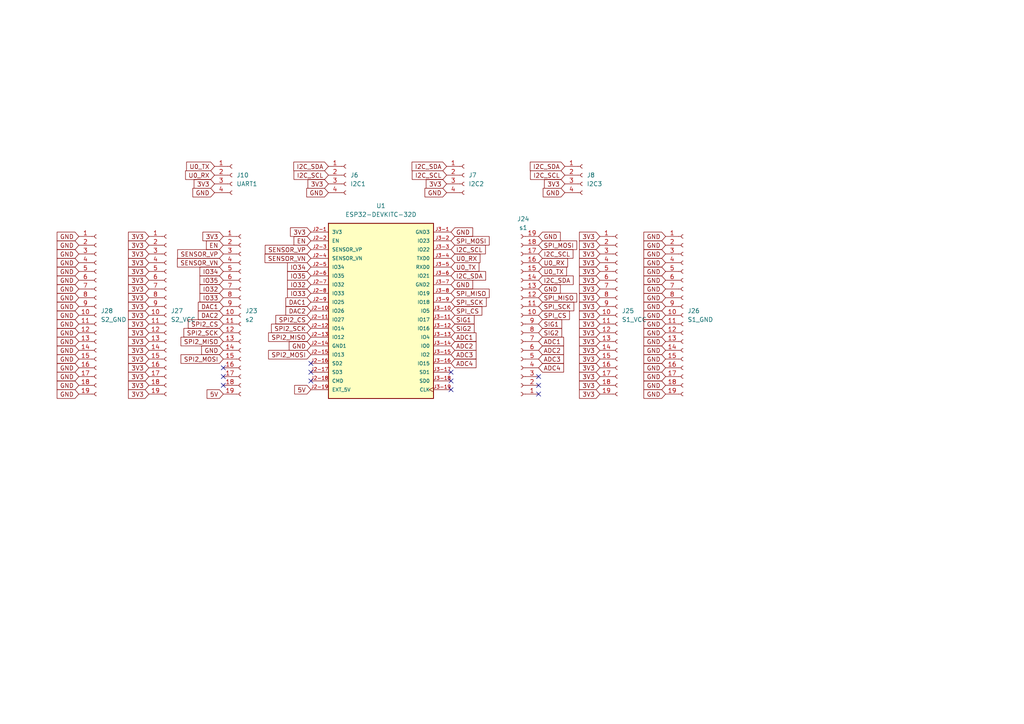
<source format=kicad_sch>
(kicad_sch (version 20250114) (generator "eeschema") (generator_version "9.0")
  (paper "A4")
  (lib_symbols
    (symbol "Connector:Conn_01x04_Socket" (pin_names (offset 1.016) (hide yes))
      (property "Reference" "J" (at 0 5.08 0))
      (property "Value" "Conn_01x04_Socket" (at 0 -7.62 0))
      (symbol "Conn_01x04_Socket_1_1"
        (polyline (pts (xy -1.27 2.54) (xy -0.508 2.54)) (stroke (width 0.1524)))
        (polyline (pts (xy -1.27 0) (xy -0.508 0)) (stroke (width 0.1524)))
        (polyline (pts (xy -1.27 -2.54) (xy -0.508 -2.54)) (stroke (width 0.1524)))
        (polyline (pts (xy -1.27 -5.08) (xy -0.508 -5.08)) (stroke (width 0.1524)))
        (arc (start 0 2.032) (mid -0.5058 2.54) (end 0 3.048) (stroke (width 0.1524)))
        (arc (start 0 -0.508) (mid -0.5058 0) (end 0 0.508) (stroke (width 0.1524)))
        (arc (start 0 -3.048) (mid -0.5058 -2.54) (end 0 -2.032) (stroke (width 0.1524)))
        (arc (start 0 -5.588) (mid -0.5058 -5.08) (end 0 -4.572) (stroke (width 0.1524)))
        (pin passive line (at -5.08 2.54 0) (length 3.81) (name "Pin_1") (number "1"))
        (pin passive line (at -5.08 0 0) (length 3.81) (name "Pin_2") (number "2"))
        (pin passive line (at -5.08 -2.54 0) (length 3.81) (name "Pin_3") (number "3"))
        (pin passive line (at -5.08 -5.08 0) (length 3.81) (name "Pin_4") (number "4"))
      )
    )
    (symbol "Connector:Conn_01x19_Socket" (pin_names (offset 1.016) (hide yes))
      (property "Reference" "J" (at 0 25.4 0))
      (property "Value" "Conn_01x19_Socket" (at 0 -25.4 0))
      (symbol "Conn_01x19_Socket_1_1"
        (polyline (pts (xy -1.27 22.86) (xy -0.508 22.86)) (stroke (width 0.1524)))
        (polyline (pts (xy -1.27 20.32) (xy -0.508 20.32)) (stroke (width 0.1524)))
        (polyline (pts (xy -1.27 17.78) (xy -0.508 17.78)) (stroke (width 0.1524)))
        (polyline (pts (xy -1.27 15.24) (xy -0.508 15.24)) (stroke (width 0.1524)))
        (polyline (pts (xy -1.27 12.7) (xy -0.508 12.7)) (stroke (width 0.1524)))
        (polyline (pts (xy -1.27 10.16) (xy -0.508 10.16)) (stroke (width 0.1524)))
        (polyline (pts (xy -1.27 7.62) (xy -0.508 7.62)) (stroke (width 0.1524)))
        (polyline (pts (xy -1.27 5.08) (xy -0.508 5.08)) (stroke (width 0.1524)))
        (polyline (pts (xy -1.27 2.54) (xy -0.508 2.54)) (stroke (width 0.1524)))
        (polyline (pts (xy -1.27 0) (xy -0.508 0)) (stroke (width 0.1524)))
        (polyline (pts (xy -1.27 -2.54) (xy -0.508 -2.54)) (stroke (width 0.1524)))
        (polyline (pts (xy -1.27 -5.08) (xy -0.508 -5.08)) (stroke (width 0.1524)))
        (polyline (pts (xy -1.27 -7.62) (xy -0.508 -7.62)) (stroke (width 0.1524)))
        (polyline (pts (xy -1.27 -10.16) (xy -0.508 -10.16)) (stroke (width 0.1524)))
        (polyline (pts (xy -1.27 -12.7) (xy -0.508 -12.7)) (stroke (width 0.1524)))
        (polyline (pts (xy -1.27 -15.24) (xy -0.508 -15.24)) (stroke (width 0.1524)))
        (polyline (pts (xy -1.27 -17.78) (xy -0.508 -17.78)) (stroke (width 0.1524)))
        (polyline (pts (xy -1.27 -20.32) (xy -0.508 -20.32)) (stroke (width 0.1524)))
        (polyline (pts (xy -1.27 -22.86) (xy -0.508 -22.86)) (stroke (width 0.1524)))
        (arc (start 0 22.352) (mid -0.5058 22.86) (end 0 23.368) (stroke (width 0.1524)))
        (arc (start 0 19.812) (mid -0.5058 20.32) (end 0 20.828) (stroke (width 0.1524)))
        (arc (start 0 17.272) (mid -0.5058 17.78) (end 0 18.288) (stroke (width 0.1524)))
        (arc (start 0 14.732) (mid -0.5058 15.24) (end 0 15.748) (stroke (width 0.1524)))
        (arc (start 0 12.192) (mid -0.5058 12.7) (end 0 13.208) (stroke (width 0.1524)))
        (arc (start 0 9.652) (mid -0.5058 10.16) (end 0 10.668) (stroke (width 0.1524)))
        (arc (start 0 7.112) (mid -0.5058 7.62) (end 0 8.128) (stroke (width 0.1524)))
        (arc (start 0 4.572) (mid -0.5058 5.08) (end 0 5.588) (stroke (width 0.1524)))
        (arc (start 0 2.032) (mid -0.5058 2.54) (end 0 3.048) (stroke (width 0.1524)))
        (arc (start 0 -0.508) (mid -0.5058 0) (end 0 0.508) (stroke (width 0.1524)))
        (arc (start 0 -3.048) (mid -0.5058 -2.54) (end 0 -2.032) (stroke (width 0.1524)))
        (arc (start 0 -5.588) (mid -0.5058 -5.08) (end 0 -4.572) (stroke (width 0.1524)))
        (arc (start 0 -8.128) (mid -0.5058 -7.62) (end 0 -7.112) (stroke (width 0.1524)))
        (arc (start 0 -10.668) (mid -0.5058 -10.16) (end 0 -9.652) (stroke (width 0.1524)))
        (arc (start 0 -13.208) (mid -0.5058 -12.7) (end 0 -12.192) (stroke (width 0.1524)))
        (arc (start 0 -15.748) (mid -0.5058 -15.24) (end 0 -14.732) (stroke (width 0.1524)))
        (arc (start 0 -18.288) (mid -0.5058 -17.78) (end 0 -17.272) (stroke (width 0.1524)))
        (arc (start 0 -20.828) (mid -0.5058 -20.32) (end 0 -19.812) (stroke (width 0.1524)))
        (arc (start 0 -23.368) (mid -0.5058 -22.86) (end 0 -22.352) (stroke (width 0.1524)))
        (pin passive line (at -5.08 22.86 0) (length 3.81) (name "Pin_1") (number "1"))
        (pin passive line (at -5.08 20.32 0) (length 3.81) (name "Pin_2") (number "2"))
        (pin passive line (at -5.08 17.78 0) (length 3.81) (name "Pin_3") (number "3"))
        (pin passive line (at -5.08 15.24 0) (length 3.81) (name "Pin_4") (number "4"))
        (pin passive line (at -5.08 12.7 0) (length 3.81) (name "Pin_5") (number "5"))
        (pin passive line (at -5.08 10.16 0) (length 3.81) (name "Pin_6") (number "6"))
        (pin passive line (at -5.08 7.62 0) (length 3.81) (name "Pin_7") (number "7"))
        (pin passive line (at -5.08 5.08 0) (length 3.81) (name "Pin_8") (number "8"))
        (pin passive line (at -5.08 2.54 0) (length 3.81) (name "Pin_9") (number "9"))
        (pin passive line (at -5.08 0 0) (length 3.81) (name "Pin_10") (number "10"))
        (pin passive line (at -5.08 -2.54 0) (length 3.81) (name "Pin_11") (number "11"))
        (pin passive line (at -5.08 -5.08 0) (length 3.81) (name "Pin_12") (number "12"))
        (pin passive line (at -5.08 -7.62 0) (length 3.81) (name "Pin_13") (number "13"))
        (pin passive line (at -5.08 -10.16 0) (length 3.81) (name "Pin_14") (number "14"))
        (pin passive line (at -5.08 -12.7 0) (length 3.81) (name "Pin_15") (number "15"))
        (pin passive line (at -5.08 -15.24 0) (length 3.81) (name "Pin_16") (number "16"))
        (pin passive line (at -5.08 -17.78 0) (length 3.81) (name "Pin_17") (number "17"))
        (pin passive line (at -5.08 -20.32 0) (length 3.81) (name "Pin_18") (number "18"))
        (pin passive line (at -5.08 -22.86 0) (length 3.81) (name "Pin_19") (number "19"))
      )
    )
    (symbol "ESP32-DEVKITC-32D:ESP32-DEVKITC-32D" (pin_names (offset 1.016))
      (property "Reference" "U" (at -15.2572 26.0643 0))
      (property "Value" "ESP32-DEVKITC-32D" (at -15.2563 -27.9698 0))
      (symbol "ESP32-DEVKITC-32D_0_0"
        (rectangle (start -15.24 -25.4) (end 15.24 25.4) (stroke (width 0.254)) (fill (type background)))
        (pin power_in line (at -20.32 22.86 0) (length 5.08) (name "3V3") (number "J2-1"))
        (pin input line (at -20.32 20.32 0) (length 5.08) (name "EN") (number "J2-2"))
        (pin input line (at -20.32 17.78 0) (length 5.08) (name "SENSOR_VP") (number "J2-3"))
        (pin input line (at -20.32 15.24 0) (length 5.08) (name "SENSOR_VN") (number "J2-4"))
        (pin bidirectional line (at -20.32 12.7 0) (length 5.08) (name "IO34") (number "J2-5"))
        (pin bidirectional line (at -20.32 10.16 0) (length 5.08) (name "IO35") (number "J2-6"))
        (pin bidirectional line (at -20.32 7.62 0) (length 5.08) (name "IO32") (number "J2-7"))
        (pin bidirectional line (at -20.32 5.08 0) (length 5.08) (name "IO33") (number "J2-8"))
        (pin bidirectional line (at -20.32 2.54 0) (length 5.08) (name "IO25") (number "J2-9"))
        (pin bidirectional line (at -20.32 0 0) (length 5.08) (name "IO26") (number "J2-10"))
        (pin bidirectional line (at -20.32 -2.54 0) (length 5.08) (name "IO27") (number "J2-11"))
        (pin bidirectional line (at -20.32 -5.08 0) (length 5.08) (name "IO14") (number "J2-12"))
        (pin bidirectional line (at -20.32 -7.62 0) (length 5.08) (name "IO12") (number "J2-13"))
        (pin power_in line (at -20.32 -10.16 0) (length 5.08) (name "GND1") (number "J2-14"))
        (pin bidirectional line (at -20.32 -12.7 0) (length 5.08) (name "IO13") (number "J2-15"))
        (pin bidirectional line (at -20.32 -15.24 0) (length 5.08) (name "SD2") (number "J2-16"))
        (pin bidirectional line (at -20.32 -17.78 0) (length 5.08) (name "SD3") (number "J2-17"))
        (pin bidirectional line (at -20.32 -20.32 0) (length 5.08) (name "CMD") (number "J2-18"))
        (pin power_in line (at -20.32 -22.86 0) (length 5.08) (name "EXT_5V") (number "J2-19"))
        (pin power_in line (at 20.32 22.86 180) (length 5.08) (name "GND3") (number "J3-1"))
        (pin bidirectional line (at 20.32 20.32 180) (length 5.08) (name "IO23") (number "J3-2"))
        (pin bidirectional line (at 20.32 17.78 180) (length 5.08) (name "IO22") (number "J3-3"))
        (pin output line (at 20.32 15.24 180) (length 5.08) (name "TXD0") (number "J3-4"))
        (pin input line (at 20.32 12.7 180) (length 5.08) (name "RXD0") (number "J3-5"))
        (pin bidirectional line (at 20.32 10.16 180) (length 5.08) (name "IO21") (number "J3-6"))
        (pin power_in line (at 20.32 7.62 180) (length 5.08) (name "GND2") (number "J3-7"))
        (pin bidirectional line (at 20.32 5.08 180) (length 5.08) (name "IO19") (number "J3-8"))
        (pin bidirectional line (at 20.32 2.54 180) (length 5.08) (name "IO18") (number "J3-9"))
        (pin bidirectional line (at 20.32 0 180) (length 5.08) (name "IO5") (number "J3-10"))
        (pin bidirectional line (at 20.32 -2.54 180) (length 5.08) (name "IO17") (number "J3-11"))
        (pin bidirectional line (at 20.32 -5.08 180) (length 5.08) (name "IO16") (number "J3-12"))
        (pin bidirectional line (at 20.32 -7.62 180) (length 5.08) (name "IO4") (number "J3-13"))
        (pin bidirectional line (at 20.32 -10.16 180) (length 5.08) (name "IO0") (number "J3-14"))
        (pin bidirectional line (at 20.32 -12.7 180) (length 5.08) (name "IO2") (number "J3-15"))
        (pin bidirectional line (at 20.32 -15.24 180) (length 5.08) (name "IO15") (number "J3-16"))
        (pin bidirectional line (at 20.32 -17.78 180) (length 5.08) (name "SD1") (number "J3-17"))
        (pin bidirectional line (at 20.32 -20.32 180) (length 5.08) (name "SD0") (number "J3-18"))
        (pin input clock (at 20.32 -22.86 180) (length 5.08) (name "CLK") (number "J3-19"))
      )
    )
  )
  (no_connect (at 156.21 109.22))
  (no_connect (at 90.17 105.41))
  (no_connect (at 156.21 114.3))
  (no_connect (at 64.77 111.76))
  (no_connect (at 130.81 107.95))
  (no_connect (at 130.81 113.03))
  (no_connect (at 130.81 110.49))
  (no_connect (at 90.17 110.49))
  (no_connect (at 64.77 109.22))
  (no_connect (at 90.17 107.95))
  (no_connect (at 64.77 106.68))
  (no_connect (at 156.21 111.76))
  (global_label "5V" (shape input) (at 64.77 114.3 180) (property "Intersheetrefs" "${INTERSHEET_REFS}" (effects (hide yes))))
  (global_label "GND" (shape input) (at 163.83 55.88 180) (property "Intersheetrefs" "${INTERSHEET_REFS}" (effects (hide yes))))
  (global_label "3V3" (shape input) (at 43.18 111.76 180) (property "Intersheetrefs" "${INTERSHEET_REFS}" (effects (hide yes))))
  (global_label "3V3" (shape input) (at 43.18 88.9 180) (property "Intersheetrefs" "${INTERSHEET_REFS}" (effects (hide yes))))
  (global_label "GND" (shape input) (at 22.86 91.44 180) (property "Intersheetrefs" "${INTERSHEET_REFS}" (effects (hide yes))))
  (global_label "SPI_MISO" (shape input) (at 130.81 85.09 0) (property "Intersheetrefs" "${INTERSHEET_REFS}" (effects (hide yes))))
  (global_label "GND" (shape input) (at 62.23 55.88 180) (property "Intersheetrefs" "${INTERSHEET_REFS}" (effects (hide yes))))
  (global_label "3V3" (shape input) (at 173.99 109.22 180) (property "Intersheetrefs" "${INTERSHEET_REFS}" (effects (hide yes))))
  (global_label "3V3" (shape input) (at 43.18 96.52 180) (property "Intersheetrefs" "${INTERSHEET_REFS}" (effects (hide yes))))
  (global_label "SIG2" (shape input) (at 130.81 95.25 0) (property "Intersheetrefs" "${INTERSHEET_REFS}" (effects (hide yes))))
  (global_label "3V3" (shape input) (at 62.23 53.34 180) (property "Intersheetrefs" "${INTERSHEET_REFS}" (effects (hide yes))))
  (global_label "IO34" (shape input) (at 90.17 77.47 180) (property "Intersheetrefs" "${INTERSHEET_REFS}" (effects (hide yes))))
  (global_label "EN" (shape input) (at 90.17 69.85 180) (property "Intersheetrefs" "${INTERSHEET_REFS}" (effects (hide yes))))
  (global_label "5V" (shape input) (at 90.17 113.03 180) (property "Intersheetrefs" "${INTERSHEET_REFS}" (effects (hide yes))))
  (global_label "GND" (shape input) (at 193.04 109.22 180) (property "Intersheetrefs" "${INTERSHEET_REFS}" (effects (hide yes))))
  (global_label "SENSOR_VN" (shape input) (at 64.77 76.2 180) (property "Intersheetrefs" "${INTERSHEET_REFS}" (effects (hide yes))))
  (global_label "SENSOR_VN" (shape input) (at 90.17 74.93 180) (property "Intersheetrefs" "${INTERSHEET_REFS}" (effects (hide yes))))
  (global_label "I2C_SDA" (shape input) (at 163.83 48.26 180) (property "Intersheetrefs" "${INTERSHEET_REFS}" (effects (hide yes))))
  (global_label "GND" (shape input) (at 193.04 71.12 180) (property "Intersheetrefs" "${INTERSHEET_REFS}" (effects (hide yes))))
  (global_label "GND" (shape input) (at 90.17 100.33 180) (property "Intersheetrefs" "${INTERSHEET_REFS}" (effects (hide yes))))
  (global_label "SIG1" (shape input) (at 130.81 92.71 0) (property "Intersheetrefs" "${INTERSHEET_REFS}" (effects (hide yes))))
  (global_label "3V3" (shape input) (at 173.99 93.98 180) (property "Intersheetrefs" "${INTERSHEET_REFS}" (effects (hide yes))))
  (global_label "3V3" (shape input) (at 90.17 67.31 180) (property "Intersheetrefs" "${INTERSHEET_REFS}" (effects (hide yes))))
  (global_label "SPI2_MOSI" (shape input) (at 90.17 102.87 180) (property "Intersheetrefs" "${INTERSHEET_REFS}" (effects (hide yes))))
  (global_label "3V3" (shape input) (at 43.18 109.22 180) (property "Intersheetrefs" "${INTERSHEET_REFS}" (effects (hide yes))))
  (global_label "GND" (shape input) (at 22.86 99.06 180) (property "Intersheetrefs" "${INTERSHEET_REFS}" (effects (hide yes))))
  (global_label "3V3" (shape input) (at 129.54 53.34 180) (property "Intersheetrefs" "${INTERSHEET_REFS}" (effects (hide yes))))
  (global_label "SPI2_MISO" (shape input) (at 64.77 99.06 180) (property "Intersheetrefs" "${INTERSHEET_REFS}" (effects (hide yes))))
  (global_label "U0_RX" (shape input) (at 130.81 74.93 0) (property "Intersheetrefs" "${INTERSHEET_REFS}" (effects (hide yes))))
  (global_label "GND" (shape input) (at 156.21 68.58 0) (property "Intersheetrefs" "${INTERSHEET_REFS}" (effects (hide yes))))
  (global_label "3V3" (shape input) (at 95.25 53.34 180) (property "Intersheetrefs" "${INTERSHEET_REFS}" (effects (hide yes))))
  (global_label "SPI2_CS" (shape input) (at 90.17 92.71 180) (property "Intersheetrefs" "${INTERSHEET_REFS}" (effects (hide yes))))
  (global_label "I2C_SCL" (shape input) (at 163.83 50.8 180) (property "Intersheetrefs" "${INTERSHEET_REFS}" (effects (hide yes))))
  (global_label "IO33" (shape input) (at 90.17 85.09 180) (property "Intersheetrefs" "${INTERSHEET_REFS}" (effects (hide yes))))
  (global_label "3V3" (shape input) (at 43.18 78.74 180) (property "Intersheetrefs" "${INTERSHEET_REFS}" (effects (hide yes))))
  (global_label "SIG1" (shape input) (at 156.21 93.98 0) (property "Intersheetrefs" "${INTERSHEET_REFS}" (effects (hide yes))))
  (global_label "GND" (shape input) (at 193.04 83.82 180) (property "Intersheetrefs" "${INTERSHEET_REFS}" (effects (hide yes))))
  (global_label "GND" (shape input) (at 22.86 76.2 180) (property "Intersheetrefs" "${INTERSHEET_REFS}" (effects (hide yes))))
  (global_label "ADC4" (shape input) (at 130.81 105.41 0) (property "Intersheetrefs" "${INTERSHEET_REFS}" (effects (hide yes))))
  (global_label "3V3" (shape input) (at 43.18 83.82 180) (property "Intersheetrefs" "${INTERSHEET_REFS}" (effects (hide yes))))
  (global_label "3V3" (shape input) (at 43.18 101.6 180) (property "Intersheetrefs" "${INTERSHEET_REFS}" (effects (hide yes))))
  (global_label "3V3" (shape input) (at 43.18 73.66 180) (property "Intersheetrefs" "${INTERSHEET_REFS}" (effects (hide yes))))
  (global_label "SPI2_SCK" (shape input) (at 90.17 95.25 180) (property "Intersheetrefs" "${INTERSHEET_REFS}" (effects (hide yes))))
  (global_label "IO33" (shape input) (at 64.77 86.36 180) (property "Intersheetrefs" "${INTERSHEET_REFS}" (effects (hide yes))))
  (global_label "GND" (shape input) (at 130.81 67.31 0) (property "Intersheetrefs" "${INTERSHEET_REFS}" (effects (hide yes))))
  (global_label "3V3" (shape input) (at 173.99 76.2 180) (property "Intersheetrefs" "${INTERSHEET_REFS}" (effects (hide yes))))
  (global_label "GND" (shape input) (at 22.86 71.12 180) (property "Intersheetrefs" "${INTERSHEET_REFS}" (effects (hide yes))))
  (global_label "GND" (shape input) (at 193.04 104.14 180) (property "Intersheetrefs" "${INTERSHEET_REFS}" (effects (hide yes))))
  (global_label "3V3" (shape input) (at 173.99 114.3 180) (property "Intersheetrefs" "${INTERSHEET_REFS}" (effects (hide yes))))
  (global_label "IO32" (shape input) (at 90.17 82.55 180) (property "Intersheetrefs" "${INTERSHEET_REFS}" (effects (hide yes))))
  (global_label "GND" (shape input) (at 22.86 114.3 180) (property "Intersheetrefs" "${INTERSHEET_REFS}" (effects (hide yes))))
  (global_label "GND" (shape input) (at 193.04 91.44 180) (property "Intersheetrefs" "${INTERSHEET_REFS}" (effects (hide yes))))
  (global_label "IO35" (shape input) (at 90.17 80.01 180) (property "Intersheetrefs" "${INTERSHEET_REFS}" (effects (hide yes))))
  (global_label "3V3" (shape input) (at 173.99 101.6 180) (property "Intersheetrefs" "${INTERSHEET_REFS}" (effects (hide yes))))
  (global_label "3V3" (shape input) (at 173.99 81.28 180) (property "Intersheetrefs" "${INTERSHEET_REFS}" (effects (hide yes))))
  (global_label "3V3" (shape input) (at 173.99 88.9 180) (property "Intersheetrefs" "${INTERSHEET_REFS}" (effects (hide yes))))
  (global_label "GND" (shape input) (at 193.04 86.36 180) (property "Intersheetrefs" "${INTERSHEET_REFS}" (effects (hide yes))))
  (global_label "DAC1" (shape input) (at 90.17 87.63 180) (property "Intersheetrefs" "${INTERSHEET_REFS}" (effects (hide yes))))
  (global_label "U0_TX" (shape input) (at 62.23 48.26 180) (property "Intersheetrefs" "${INTERSHEET_REFS}" (effects (hide yes))))
  (global_label "I2C_SDA" (shape input) (at 95.25 48.26 180) (property "Intersheetrefs" "${INTERSHEET_REFS}" (effects (hide yes))))
  (global_label "U0_RX" (shape input) (at 62.23 50.8 180) (property "Intersheetrefs" "${INTERSHEET_REFS}" (effects (hide yes))))
  (global_label "GND" (shape input) (at 193.04 106.68 180) (property "Intersheetrefs" "${INTERSHEET_REFS}" (effects (hide yes))))
  (global_label "3V3" (shape input) (at 43.18 68.58 180) (property "Intersheetrefs" "${INTERSHEET_REFS}" (effects (hide yes))))
  (global_label "3V3" (shape input) (at 173.99 68.58 180) (property "Intersheetrefs" "${INTERSHEET_REFS}" (effects (hide yes))))
  (global_label "I2C_SDA" (shape input) (at 156.21 81.28 0) (property "Intersheetrefs" "${INTERSHEET_REFS}" (effects (hide yes))))
  (global_label "IO34" (shape input) (at 64.77 78.74 180) (property "Intersheetrefs" "${INTERSHEET_REFS}" (effects (hide yes))))
  (global_label "ADC3" (shape input) (at 156.21 104.14 0) (property "Intersheetrefs" "${INTERSHEET_REFS}" (effects (hide yes))))
  (global_label "GND" (shape input) (at 193.04 81.28 180) (property "Intersheetrefs" "${INTERSHEET_REFS}" (effects (hide yes))))
  (global_label "3V3" (shape input) (at 43.18 99.06 180) (property "Intersheetrefs" "${INTERSHEET_REFS}" (effects (hide yes))))
  (global_label "GND" (shape input) (at 193.04 114.3 180) (property "Intersheetrefs" "${INTERSHEET_REFS}" (effects (hide yes))))
  (global_label "GND" (shape input) (at 22.86 109.22 180) (property "Intersheetrefs" "${INTERSHEET_REFS}" (effects (hide yes))))
  (global_label "3V3" (shape input) (at 173.99 104.14 180) (property "Intersheetrefs" "${INTERSHEET_REFS}" (effects (hide yes))))
  (global_label "ADC3" (shape input) (at 130.81 102.87 0) (property "Intersheetrefs" "${INTERSHEET_REFS}" (effects (hide yes))))
  (global_label "SPI2_MOSI" (shape input) (at 64.77 104.14 180) (property "Intersheetrefs" "${INTERSHEET_REFS}" (effects (hide yes))))
  (global_label "GND" (shape input) (at 22.86 104.14 180) (property "Intersheetrefs" "${INTERSHEET_REFS}" (effects (hide yes))))
  (global_label "SPI_MOSI" (shape input) (at 130.81 69.85 0) (property "Intersheetrefs" "${INTERSHEET_REFS}" (effects (hide yes))))
  (global_label "3V3" (shape input) (at 173.99 91.44 180) (property "Intersheetrefs" "${INTERSHEET_REFS}" (effects (hide yes))))
  (global_label "GND" (shape input) (at 193.04 73.66 180) (property "Intersheetrefs" "${INTERSHEET_REFS}" (effects (hide yes))))
  (global_label "GND" (shape input) (at 129.54 55.88 180) (property "Intersheetrefs" "${INTERSHEET_REFS}" (effects (hide yes))))
  (global_label "GND" (shape input) (at 193.04 88.9 180) (property "Intersheetrefs" "${INTERSHEET_REFS}" (effects (hide yes))))
  (global_label "3V3" (shape input) (at 64.77 68.58 180) (property "Intersheetrefs" "${INTERSHEET_REFS}" (effects (hide yes))))
  (global_label "GND" (shape input) (at 22.86 88.9 180) (property "Intersheetrefs" "${INTERSHEET_REFS}" (effects (hide yes))))
  (global_label "GND" (shape input) (at 22.86 81.28 180) (property "Intersheetrefs" "${INTERSHEET_REFS}" (effects (hide yes))))
  (global_label "3V3" (shape input) (at 173.99 86.36 180) (property "Intersheetrefs" "${INTERSHEET_REFS}" (effects (hide yes))))
  (global_label "I2C_SCL" (shape input) (at 95.25 50.8 180) (property "Intersheetrefs" "${INTERSHEET_REFS}" (effects (hide yes))))
  (global_label "ADC1" (shape input) (at 130.81 97.79 0) (property "Intersheetrefs" "${INTERSHEET_REFS}" (effects (hide yes))))
  (global_label "GND" (shape input) (at 22.86 101.6 180) (property "Intersheetrefs" "${INTERSHEET_REFS}" (effects (hide yes))))
  (global_label "I2C_SCL" (shape input) (at 129.54 50.8 180) (property "Intersheetrefs" "${INTERSHEET_REFS}" (effects (hide yes))))
  (global_label "GND" (shape input) (at 64.77 101.6 180) (property "Intersheetrefs" "${INTERSHEET_REFS}" (effects (hide yes))))
  (global_label "DAC1" (shape input) (at 64.77 88.9 180) (property "Intersheetrefs" "${INTERSHEET_REFS}" (effects (hide yes))))
  (global_label "3V3" (shape input) (at 43.18 93.98 180) (property "Intersheetrefs" "${INTERSHEET_REFS}" (effects (hide yes))))
  (global_label "3V3" (shape input) (at 173.99 71.12 180) (property "Intersheetrefs" "${INTERSHEET_REFS}" (effects (hide yes))))
  (global_label "GND" (shape input) (at 193.04 78.74 180) (property "Intersheetrefs" "${INTERSHEET_REFS}" (effects (hide yes))))
  (global_label "3V3" (shape input) (at 173.99 78.74 180) (property "Intersheetrefs" "${INTERSHEET_REFS}" (effects (hide yes))))
  (global_label "GND" (shape input) (at 22.86 111.76 180) (property "Intersheetrefs" "${INTERSHEET_REFS}" (effects (hide yes))))
  (global_label "SPI_MOSI" (shape input) (at 156.21 71.12 0) (property "Intersheetrefs" "${INTERSHEET_REFS}" (effects (hide yes))))
  (global_label "SPI2_CS" (shape input) (at 64.77 93.98 180) (property "Intersheetrefs" "${INTERSHEET_REFS}" (effects (hide yes))))
  (global_label "GND" (shape input) (at 22.86 93.98 180) (property "Intersheetrefs" "${INTERSHEET_REFS}" (effects (hide yes))))
  (global_label "3V3" (shape input) (at 173.99 73.66 180) (property "Intersheetrefs" "${INTERSHEET_REFS}" (effects (hide yes))))
  (global_label "3V3" (shape input) (at 43.18 104.14 180) (property "Intersheetrefs" "${INTERSHEET_REFS}" (effects (hide yes))))
  (global_label "I2C_SDA" (shape input) (at 129.54 48.26 180) (property "Intersheetrefs" "${INTERSHEET_REFS}" (effects (hide yes))))
  (global_label "3V3" (shape input) (at 43.18 114.3 180) (property "Intersheetrefs" "${INTERSHEET_REFS}" (effects (hide yes))))
  (global_label "GND" (shape input) (at 193.04 76.2 180) (property "Intersheetrefs" "${INTERSHEET_REFS}" (effects (hide yes))))
  (global_label "DAC2" (shape input) (at 90.17 90.17 180) (property "Intersheetrefs" "${INTERSHEET_REFS}" (effects (hide yes))))
  (global_label "3V3" (shape input) (at 43.18 76.2 180) (property "Intersheetrefs" "${INTERSHEET_REFS}" (effects (hide yes))))
  (global_label "3V3" (shape input) (at 173.99 111.76 180) (property "Intersheetrefs" "${INTERSHEET_REFS}" (effects (hide yes))))
  (global_label "GND" (shape input) (at 130.81 82.55 0) (property "Intersheetrefs" "${INTERSHEET_REFS}" (effects (hide yes))))
  (global_label "SIG2" (shape input) (at 156.21 96.52 0) (property "Intersheetrefs" "${INTERSHEET_REFS}" (effects (hide yes))))
  (global_label "IO35" (shape input) (at 64.77 81.28 180) (property "Intersheetrefs" "${INTERSHEET_REFS}" (effects (hide yes))))
  (global_label "GND" (shape input) (at 193.04 111.76 180) (property "Intersheetrefs" "${INTERSHEET_REFS}" (effects (hide yes))))
  (global_label "U0_TX" (shape input) (at 130.81 77.47 0) (property "Intersheetrefs" "${INTERSHEET_REFS}" (effects (hide yes))))
  (global_label "ADC2" (shape input) (at 156.21 101.6 0) (property "Intersheetrefs" "${INTERSHEET_REFS}" (effects (hide yes))))
  (global_label "ADC4" (shape input) (at 156.21 106.68 0) (property "Intersheetrefs" "${INTERSHEET_REFS}" (effects (hide yes))))
  (global_label "ADC1" (shape input) (at 156.21 99.06 0) (property "Intersheetrefs" "${INTERSHEET_REFS}" (effects (hide yes))))
  (global_label "SPI_CS" (shape input) (at 130.81 90.17 0) (property "Intersheetrefs" "${INTERSHEET_REFS}" (effects (hide yes))))
  (global_label "I2C_SDA" (shape input) (at 130.81 80.01 0) (property "Intersheetrefs" "${INTERSHEET_REFS}" (effects (hide yes))))
  (global_label "I2C_SCL" (shape input) (at 156.21 73.66 0) (property "Intersheetrefs" "${INTERSHEET_REFS}" (effects (hide yes))))
  (global_label "3V3" (shape input) (at 43.18 91.44 180) (property "Intersheetrefs" "${INTERSHEET_REFS}" (effects (hide yes))))
  (global_label "SPI_SCK" (shape input) (at 130.81 87.63 0) (property "Intersheetrefs" "${INTERSHEET_REFS}" (effects (hide yes))))
  (global_label "I2C_SCL" (shape input) (at 130.81 72.39 0) (property "Intersheetrefs" "${INTERSHEET_REFS}" (effects (hide yes))))
  (global_label "EN" (shape input) (at 64.77 71.12 180) (property "Intersheetrefs" "${INTERSHEET_REFS}" (effects (hide yes))))
  (global_label "GND" (shape input) (at 22.86 78.74 180) (property "Intersheetrefs" "${INTERSHEET_REFS}" (effects (hide yes))))
  (global_label "SENSOR_VP" (shape input) (at 64.77 73.66 180) (property "Intersheetrefs" "${INTERSHEET_REFS}" (effects (hide yes))))
  (global_label "GND" (shape input) (at 22.86 68.58 180) (property "Intersheetrefs" "${INTERSHEET_REFS}" (effects (hide yes))))
  (global_label "SPI_SCK" (shape input) (at 156.21 88.9 0) (property "Intersheetrefs" "${INTERSHEET_REFS}" (effects (hide yes))))
  (global_label "3V3" (shape input) (at 173.99 96.52 180) (property "Intersheetrefs" "${INTERSHEET_REFS}" (effects (hide yes))))
  (global_label "SPI_CS" (shape input) (at 156.21 91.44 0) (property "Intersheetrefs" "${INTERSHEET_REFS}" (effects (hide yes))))
  (global_label "ADC2" (shape input) (at 130.81 100.33 0) (property "Intersheetrefs" "${INTERSHEET_REFS}" (effects (hide yes))))
  (global_label "DAC2" (shape input) (at 64.77 91.44 180) (property "Intersheetrefs" "${INTERSHEET_REFS}" (effects (hide yes))))
  (global_label "GND" (shape input) (at 156.21 83.82 0) (property "Intersheetrefs" "${INTERSHEET_REFS}" (effects (hide yes))))
  (global_label "U0_TX" (shape input) (at 156.21 78.74 0) (property "Intersheetrefs" "${INTERSHEET_REFS}" (effects (hide yes))))
  (global_label "GND" (shape input) (at 193.04 101.6 180) (property "Intersheetrefs" "${INTERSHEET_REFS}" (effects (hide yes))))
  (global_label "3V3" (shape input) (at 43.18 106.68 180) (property "Intersheetrefs" "${INTERSHEET_REFS}" (effects (hide yes))))
  (global_label "SPI2_SCK" (shape input) (at 64.77 96.52 180) (property "Intersheetrefs" "${INTERSHEET_REFS}" (effects (hide yes))))
  (global_label "GND" (shape input) (at 95.25 55.88 180) (property "Intersheetrefs" "${INTERSHEET_REFS}" (effects (hide yes))))
  (global_label "GND" (shape input) (at 193.04 93.98 180) (property "Intersheetrefs" "${INTERSHEET_REFS}" (effects (hide yes))))
  (global_label "GND" (shape input) (at 193.04 68.58 180) (property "Intersheetrefs" "${INTERSHEET_REFS}" (effects (hide yes))))
  (global_label "GND" (shape input) (at 22.86 73.66 180) (property "Intersheetrefs" "${INTERSHEET_REFS}" (effects (hide yes))))
  (global_label "3V3" (shape input) (at 43.18 86.36 180) (property "Intersheetrefs" "${INTERSHEET_REFS}" (effects (hide yes))))
  (global_label "3V3" (shape input) (at 163.83 53.34 180) (property "Intersheetrefs" "${INTERSHEET_REFS}" (effects (hide yes))))
  (global_label "SPI2_MISO" (shape input) (at 90.17 97.79 180) (property "Intersheetrefs" "${INTERSHEET_REFS}" (effects (hide yes))))
  (global_label "GND" (shape input) (at 193.04 96.52 180) (property "Intersheetrefs" "${INTERSHEET_REFS}" (effects (hide yes))))
  (global_label "SENSOR_VP" (shape input) (at 90.17 72.39 180) (property "Intersheetrefs" "${INTERSHEET_REFS}" (effects (hide yes))))
  (global_label "U0_RX" (shape input) (at 156.21 76.2 0) (property "Intersheetrefs" "${INTERSHEET_REFS}" (effects (hide yes))))
  (global_label "IO32" (shape input) (at 64.77 83.82 180) (property "Intersheetrefs" "${INTERSHEET_REFS}" (effects (hide yes))))
  (global_label "GND" (shape input) (at 22.86 96.52 180) (property "Intersheetrefs" "${INTERSHEET_REFS}" (effects (hide yes))))
  (global_label "3V3" (shape input) (at 173.99 106.68 180) (property "Intersheetrefs" "${INTERSHEET_REFS}" (effects (hide yes))))
  (global_label "3V3" (shape input) (at 43.18 81.28 180) (property "Intersheetrefs" "${INTERSHEET_REFS}" (effects (hide yes))))
  (global_label "3V3" (shape input) (at 173.99 83.82 180) (property "Intersheetrefs" "${INTERSHEET_REFS}" (effects (hide yes))))
  (global_label "GND" (shape input) (at 22.86 83.82 180) (property "Intersheetrefs" "${INTERSHEET_REFS}" (effects (hide yes))))
  (global_label "GND" (shape input) (at 22.86 106.68 180) (property "Intersheetrefs" "${INTERSHEET_REFS}" (effects (hide yes))))
  (global_label "GND" (shape input) (at 22.86 86.36 180) (property "Intersheetrefs" "${INTERSHEET_REFS}" (effects (hide yes))))
  (global_label "3V3" (shape input) (at 173.99 99.06 180) (property "Intersheetrefs" "${INTERSHEET_REFS}" (effects (hide yes))))
  (global_label "3V3" (shape input) (at 43.18 71.12 180) (property "Intersheetrefs" "${INTERSHEET_REFS}" (effects (hide yes))))
  (global_label "SPI_MISO" (shape input) (at 156.21 86.36 0) (property "Intersheetrefs" "${INTERSHEET_REFS}" (effects (hide yes))))
  (global_label "GND" (shape input) (at 193.04 99.06 180) (property "Intersheetrefs" "${INTERSHEET_REFS}" (effects (hide yes))))
  (symbol (lib_id "Connector:Conn_01x19_Socket") (at 48.26 91.44 0) (unit 1)
    (property "Reference" "J27" (at 49.53 90.1699 0) (effects (justify left)))
    (property "Value" "S2_VCC" (at 49.53 92.7099 0) (effects (justify left)))
    (property "Footprint" "ESP32-DEVKITC-32D:PinSocket_1x19_P2.54mm_Vertical_Tight" (effects (hide yes)))
    (property "Description" "Generic connector, single row, 01x19, script generated" (effects (hide yes)))
  )
  (symbol (lib_id "Connector:Conn_01x19_Socket") (at 27.94 91.44 0) (unit 1)
    (property "Reference" "J28" (at 29.21 90.1699 0) (effects (justify left)))
    (property "Value" "S2_GND" (at 29.21 92.7099 0) (effects (justify left)))
    (property "Footprint" "ESP32-DEVKITC-32D:PinSocket_1x19_P2.54mm_Vertical_Tight" (effects (hide yes)))
    (property "Description" "Generic connector, single row, 01x19, script generated" (effects (hide yes)))
  )
  (symbol (lib_id "Connector:Conn_01x04_Socket") (at 134.62 50.8 0) (unit 1)
    (property "Reference" "J7" (at 135.89 50.7999 0) (effects (justify left)))
    (property "Value" "I2C2" (at 135.89 53.3399 0) (effects (justify left)))
    (property "Footprint" "ESP32-DEVKITC-32D:PinHeader_1x04_P2.54mm_Vertical_tight" (effects (hide yes)))
    (property "Description" "Generic connector, single row, 01x04, script generated" (effects (hide yes)))
  )
  (symbol (lib_id "Connector:Conn_01x19_Socket") (at 198.12 91.44 0) (unit 1)
    (property "Reference" "J26" (at 199.39 90.1699 0) (effects (justify left)))
    (property "Value" "S1_GND" (at 199.39 92.7099 0) (effects (justify left)))
    (property "Footprint" "ESP32-DEVKITC-32D:PinSocket_1x19_P2.54mm_Vertical_Tight" (effects (hide yes)))
    (property "Description" "Generic connector, single row, 01x19, script generated" (effects (hide yes)))
  )
  (symbol (lib_id "Connector:Conn_01x04_Socket") (at 100.33 50.8 0) (unit 1)
    (property "Reference" "J6" (at 101.6 50.7999 0) (effects (justify left)))
    (property "Value" "I2C1" (at 101.6 53.3399 0) (effects (justify left)))
    (property "Footprint" "ESP32-DEVKITC-32D:PinHeader_1x04_P2.54mm_Vertical_tight" (effects (hide yes)))
    (property "Description" "Generic connector, single row, 01x04, script generated" (effects (hide yes)))
  )
  (symbol (lib_id "Connector:Conn_01x04_Socket") (at 67.31 50.8 0) (unit 1)
    (property "Reference" "J10" (at 68.58 50.7999 0) (effects (justify left)))
    (property "Value" "UART1" (at 68.58 53.3399 0) (effects (justify left)))
    (property "Footprint" "ESP32-DEVKITC-32D:PinHeader_1x04_P2.54mm_Vertical_tight" (effects (hide yes)))
    (property "Description" "Generic connector, single row, 01x04, script generated" (effects (hide yes)))
  )
  (symbol (lib_id "Connector:Conn_01x19_Socket") (at 151.13 91.44 180) (unit 1)
    (property "Reference" "J24" (at 151.765 63.5 0))
    (property "Value" "s1" (at 151.765 66.04 0))
    (property "Footprint" "ESP32-DEVKITC-32D:PinSocket_1x19_P2.54mm_Vertical_Tight" (effects (hide yes)))
    (property "Description" "Generic connector, single row, 01x19, script generated" (effects (hide yes)))
  )
  (symbol (lib_id "Connector:Conn_01x19_Socket") (at 179.07 91.44 0) (unit 1)
    (property "Reference" "J25" (at 180.34 90.1699 0) (effects (justify left)))
    (property "Value" "S1_VCC" (at 180.34 92.7099 0) (effects (justify left)))
    (property "Footprint" "ESP32-DEVKITC-32D:PinSocket_1x19_P2.54mm_Vertical_Tight" (effects (hide yes)))
    (property "Description" "Generic connector, single row, 01x19, script generated" (effects (hide yes)))
  )
  (symbol (lib_id "ESP32-DEVKITC-32D:ESP32-DEVKITC-32D") (at 110.49 90.17 0) (unit 1)
    (property "Reference" "U1" (at 110.49 59.69 0))
    (property "Value" "ESP32-DEVKITC-32D" (at 110.49 62.23 0))
    (property "Footprint" "ESP32-DEVKITC-32D:MODULE_ESP32-DEVKITC-32D-THT" (effects (hide yes)))
    (property "MF" "Espressif Systems" (effects (hide yes)))
    (property "MAXIMUM_PACKAGE_HEIGHT" "N/A" (effects (hide yes)))
    (property "Package" "None" (effects (hide yes)))
    (property "Price" "None" (effects (hide yes)))
    (property "Check_prices" "https://www.snapeda.com/parts/ESP32-DEVKITC-32D/Espressif+Systems/view-part/?ref=eda" (effects (hide yes)))
    (property "STANDARD" "Manufacturer Recommendations" (effects (hide yes)))
    (property "PARTREV" "V4" (effects (hide yes)))
    (property "SnapEDA_Link" "https://www.snapeda.com/parts/ESP32-DEVKITC-32D/Espressif+Systems/view-part/?ref=snap" (effects (hide yes)))
    (property "MP" "ESP32-DEVKITC-32D" (effects (hide yes)))
    (property "Description_1" "WiFi Development Tools (802.11) ESP32 General Development Kit, ESP32-WROOM-32D on the board" (effects (hide yes)))
    (property "MANUFACTURER" "Espressif Systems" (effects (hide yes)))
    (property "Availability" "In Stock" (effects (hide yes)))
    (property "SNAPEDA_PN" "ESP32-DEVKITC-32D" (effects (hide yes)))
  )
  (symbol (lib_id "Connector:Conn_01x19_Socket") (at 69.85 91.44 0) (unit 1)
    (property "Reference" "J23" (at 71.12 90.1699 0) (effects (justify left)))
    (property "Value" "s2" (at 71.12 92.7099 0) (effects (justify left)))
    (property "Footprint" "ESP32-DEVKITC-32D:PinSocket_1x19_P2.54mm_Vertical_Tight" (effects (hide yes)))
    (property "Description" "Generic connector, single row, 01x19, script generated" (effects (hide yes)))
  )
  (symbol (lib_id "Connector:Conn_01x04_Socket") (at 168.91 50.8 0) (unit 1)
    (property "Reference" "J8" (at 170.18 50.7999 0) (effects (justify left)))
    (property "Value" "I2C3" (at 170.18 53.3399 0) (effects (justify left)))
    (property "Footprint" "ESP32-DEVKITC-32D:PinHeader_1x04_P2.54mm_Vertical_tight" (effects (hide yes)))
    (property "Description" "Generic connector, single row, 01x04, script generated" (effects (hide yes)))
  )
)
</source>
